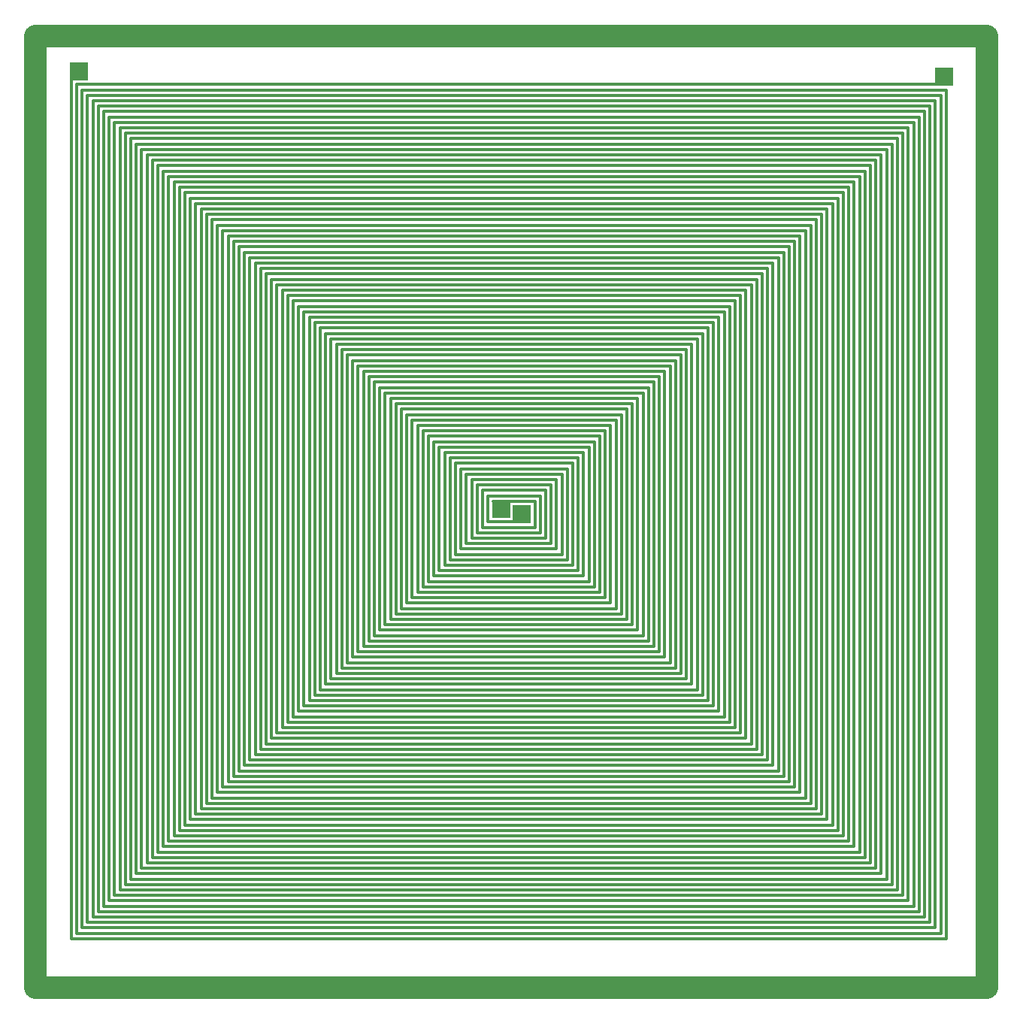
<source format=gbr>
G04 start of page 2 for group 0 idx 0 *
G04 Title: (unknown), component *
G04 Creator: pcb 1.99y *
G04 CreationDate: Mon Mar  9 18:38:30 2009 UTC *
G04 For: dj *
G04 Format: Gerber/RS-274X *
G04 PCB-Dimensions: 432000 432000 *
G04 PCB-Coordinate-Origin: lower left *
%MOIN*%
%FSLAX25Y25*%
%LNFRONT*%
%ADD11C,0.0120*%
%ADD12C,0.1000*%
%ADD13C,0.0200*%
%ADD14C,0.0300*%
G54D11*X200800Y206600D02*Y227800D01*
X198400Y204200D02*Y230200D01*
X196000Y201800D02*Y232600D01*
X193600Y199400D02*Y235000D01*
X191200Y197000D02*Y237400D01*
X188800Y194600D02*Y239800D01*
X186400Y192200D02*Y242200D01*
X184000Y189800D02*Y244600D01*
X181600Y187400D02*Y247000D01*
X179200Y185000D02*Y249400D01*
G54D12*X5000Y5000D02*X427000D01*
G54D11*X176800Y182600D02*Y251800D01*
X174400Y180200D02*Y254200D01*
X172000Y177800D02*Y256600D01*
X169600Y175400D02*Y259000D01*
X167200Y173000D02*Y261400D01*
X164800Y170600D02*Y263800D01*
X162400Y168200D02*Y266200D01*
X160000Y165800D02*Y268600D01*
X157600Y163400D02*Y271000D01*
X155200Y161000D02*Y273400D01*
X152800Y158600D02*Y275800D01*
X150400Y156200D02*Y278200D01*
X148000Y153800D02*Y280600D01*
X145600Y151400D02*Y283000D01*
X143200Y149000D02*Y285400D01*
X140800Y146600D02*Y287800D01*
X375200Y60200D02*Y369400D01*
X377600Y57800D02*Y371800D01*
X380000Y55400D02*Y374200D01*
X382400Y53000D02*Y376600D01*
X384800Y50600D02*Y379000D01*
X387200Y48200D02*Y381400D01*
X389600Y45800D02*Y383800D01*
X392000Y43400D02*Y386200D01*
X394400Y41000D02*Y388600D01*
X396800Y38600D02*Y391000D01*
X399200Y36200D02*Y393400D01*
X401600Y33800D02*Y395800D01*
X404000Y31400D02*Y398200D01*
X406400Y29000D02*Y400600D01*
X408800Y26600D02*Y403000D01*
G54D12*X427000Y5000D02*Y427000D01*
G54D11*X56800Y371800D02*X377600D01*
X54400Y374200D02*X380000D01*
X52000Y376600D02*X382400D01*
X49600Y379000D02*X384800D01*
X47200Y381400D02*X387200D01*
X44800Y383800D02*X389600D01*
X42400Y386200D02*X392000D01*
X40000Y388600D02*X394400D01*
X37600Y391000D02*X396800D01*
X35200Y393400D02*X399200D01*
X32800Y395800D02*X401600D01*
X30400Y398200D02*X404000D01*
X28000Y400600D02*X406400D01*
X25600Y403000D02*X408800D01*
X23200Y405400D02*X411200D01*
G54D12*X5000Y427000D02*X427000D01*
G54D11*X152800Y158600D02*X276800D01*
X150400Y156200D02*X279200D01*
X148000Y153800D02*X281600D01*
X145600Y151400D02*X284000D01*
X143200Y149000D02*X286400D01*
X140800Y146600D02*X288800D01*
X138400Y144200D02*X291200D01*
X136000Y141800D02*X293600D01*
X133600Y139400D02*X296000D01*
X131200Y137000D02*X298400D01*
X128800Y134600D02*X300800D01*
X126400Y132200D02*X303200D01*
X124000Y129800D02*X305600D01*
X121600Y127400D02*X308000D01*
X119200Y125000D02*X310400D01*
X116800Y122600D02*X312800D01*
X114400Y120200D02*X315200D01*
X112000Y117800D02*X317600D01*
X109600Y115400D02*X320000D01*
X107200Y113000D02*X322400D01*
X104800Y110600D02*X324800D01*
X102400Y108200D02*X327200D01*
X100000Y105800D02*X329600D01*
X97600Y103400D02*X332000D01*
X95200Y101000D02*X334400D01*
X92800Y98600D02*X336800D01*
X90400Y96200D02*X339200D01*
X88000Y93800D02*X341600D01*
X85600Y91400D02*X344000D01*
X83200Y89000D02*X346400D01*
X80800Y86600D02*X348800D01*
X78400Y84200D02*X351200D01*
X76000Y81800D02*X353600D01*
X73600Y79400D02*X356000D01*
X71200Y77000D02*X358400D01*
X68800Y74600D02*X360800D01*
X66400Y72200D02*X363200D01*
X64000Y69800D02*X365600D01*
X61600Y67400D02*X368000D01*
X59200Y65000D02*X370400D01*
X56800Y62600D02*X372800D01*
X54400Y60200D02*X375200D01*
X52000Y57800D02*X377600D01*
X49600Y55400D02*X380000D01*
X47200Y53000D02*X382400D01*
X44800Y50600D02*X384800D01*
X42400Y48200D02*X387200D01*
X40000Y45800D02*X389600D01*
X37600Y43400D02*X392000D01*
X35200Y41000D02*X394400D01*
X32800Y38600D02*X396800D01*
X30400Y36200D02*X399200D01*
X28000Y33800D02*X401600D01*
X25600Y31400D02*X404000D01*
X23200Y29000D02*X406400D01*
X20800Y26600D02*X408800D01*
X138400Y144200D02*Y290200D01*
X136000Y141800D02*Y292600D01*
X133600Y139400D02*Y295000D01*
X131200Y137000D02*Y297400D01*
X128800Y134600D02*Y299800D01*
X126400Y132200D02*Y302200D01*
X124000Y129800D02*Y304600D01*
X121600Y127400D02*Y307000D01*
X119200Y125000D02*Y309400D01*
X116800Y122600D02*Y311800D01*
X114400Y120200D02*Y314200D01*
X112000Y117800D02*Y316600D01*
X109600Y115400D02*Y319000D01*
X107200Y113000D02*Y321400D01*
X104800Y110600D02*Y323800D01*
X102400Y108200D02*Y326200D01*
X100000Y105800D02*Y328600D01*
X97600Y103400D02*Y331000D01*
X95200Y101000D02*Y333400D01*
X92800Y98600D02*Y335800D01*
X90400Y96200D02*Y338200D01*
X88000Y93800D02*Y340600D01*
X85600Y91400D02*Y343000D01*
X83200Y89000D02*Y345400D01*
X80800Y86600D02*Y347800D01*
X78400Y84200D02*Y350200D01*
X76000Y81800D02*Y352600D01*
X73600Y79400D02*Y355000D01*
X71200Y77000D02*Y357400D01*
X68800Y74600D02*Y359800D01*
X66400Y72200D02*Y362200D01*
X64000Y69800D02*Y364600D01*
X61600Y67400D02*Y367000D01*
X59200Y65000D02*Y369400D01*
X56800Y62600D02*Y371800D01*
X54400Y60200D02*Y374200D01*
X52000Y57800D02*Y376600D01*
X49600Y55400D02*Y379000D01*
X47200Y53000D02*Y381400D01*
X44800Y50600D02*Y383800D01*
X42400Y48200D02*Y386200D01*
X40000Y45800D02*Y388600D01*
X37600Y43400D02*Y391000D01*
X35200Y41000D02*Y393400D01*
X32800Y38600D02*Y395800D01*
X30400Y36200D02*Y398200D01*
X28000Y33800D02*Y400600D01*
X25600Y31400D02*Y403000D01*
X23200Y29000D02*Y405400D01*
X20800Y26600D02*Y407800D01*
G54D12*X5000Y5000D02*Y427000D01*
G54D11*X200800Y206600D02*X228800D01*
X198400Y204200D02*X231200D01*
X196000Y201800D02*X233600D01*
X228800Y206600D02*Y223000D01*
X231200Y204200D02*Y225400D01*
X233600Y201800D02*Y227800D01*
X236000Y199400D02*Y230200D01*
X238400Y197000D02*Y232600D01*
X240800Y194600D02*Y235000D01*
X193600Y199400D02*X236000D01*
X191200Y197000D02*X238400D01*
X188800Y194600D02*X240800D01*
X186400Y192200D02*X243200D01*
X208000Y220600D02*X226400D01*
X224000Y211400D02*Y218200D01*
X205600Y223000D02*X228800D01*
X205600Y211400D02*X224000D01*
X205600D02*Y223000D01*
X203200Y209000D02*X226400D01*
X203200D02*Y225400D01*
X226400Y209000D02*Y220600D01*
X243200Y192200D02*Y237400D01*
X184000Y189800D02*X245600D01*
Y239800D01*
X181600Y187400D02*X248000D01*
X179200Y185000D02*X250400D01*
X176800Y182600D02*X252800D01*
X174400Y180200D02*X255200D01*
X172000Y177800D02*X257600D01*
X169600Y175400D02*X260000D01*
X167200Y173000D02*X262400D01*
X164800Y170600D02*X264800D01*
X162400Y168200D02*X267200D01*
X160000Y165800D02*X269600D01*
X157600Y163400D02*X272000D01*
X155200Y161000D02*X274400D01*
X203200Y225400D02*X231200D01*
X200800Y227800D02*X233600D01*
X198400Y230200D02*X236000D01*
X196000Y232600D02*X238400D01*
X193600Y235000D02*X240800D01*
X191200Y237400D02*X243200D01*
X188800Y239800D02*X245600D01*
X186400Y242200D02*X248000D01*
X184000Y244600D02*X250400D01*
X181600Y247000D02*X252800D01*
X179200Y249400D02*X255200D01*
X176800Y251800D02*X257600D01*
X174400Y254200D02*X260000D01*
X172000Y256600D02*X262400D01*
X169600Y259000D02*X264800D01*
X167200Y261400D02*X267200D01*
X164800Y263800D02*X269600D01*
X162400Y266200D02*X272000D01*
X160000Y268600D02*X274400D01*
X157600Y271000D02*X276800D01*
X155200Y273400D02*X279200D01*
X152800Y275800D02*X281600D01*
X150400Y278200D02*X284000D01*
X148000Y280600D02*X286400D01*
X145600Y283000D02*X288800D01*
X248000Y187400D02*Y242200D01*
X250400Y185000D02*Y244600D01*
X252800Y182600D02*Y247000D01*
X255200Y180200D02*Y249400D01*
X257600Y177800D02*Y251800D01*
X260000Y175400D02*Y254200D01*
X262400Y173000D02*Y256600D01*
X264800Y170600D02*Y259000D01*
X267200Y168200D02*Y261400D01*
X269600Y165800D02*Y263800D01*
X272000Y163400D02*Y266200D01*
X274400Y161000D02*Y268600D01*
X276800Y158600D02*Y271000D01*
X279200Y156200D02*Y273400D01*
X281600Y153800D02*Y275800D01*
X284000Y151400D02*Y278200D01*
X286400Y149000D02*Y280600D01*
X288800Y146600D02*Y283000D01*
X291200Y144200D02*Y285400D01*
X293600Y141800D02*Y287800D01*
X296000Y139400D02*Y290200D01*
X298400Y137000D02*Y292600D01*
X300800Y134600D02*Y295000D01*
X303200Y132200D02*Y297400D01*
X305600Y129800D02*Y299800D01*
X308000Y127400D02*Y302200D01*
X310400Y125000D02*Y304600D01*
X312800Y122600D02*Y307000D01*
X315200Y120200D02*Y309400D01*
X317600Y117800D02*Y311800D01*
X320000Y115400D02*Y314200D01*
X322400Y113000D02*Y316600D01*
X324800Y110600D02*Y319000D01*
X327200Y108200D02*Y321400D01*
X329600Y105800D02*Y323800D01*
X332000Y103400D02*Y326200D01*
X334400Y101000D02*Y328600D01*
X336800Y98600D02*Y331000D01*
X339200Y96200D02*Y333400D01*
X341600Y93800D02*Y335800D01*
X344000Y91400D02*Y338200D01*
X346400Y89000D02*Y340600D01*
X348800Y86600D02*Y343000D01*
X351200Y84200D02*Y345400D01*
X353600Y81800D02*Y347800D01*
X356000Y79400D02*Y350200D01*
X358400Y77000D02*Y352600D01*
X360800Y74600D02*Y355000D01*
X363200Y72200D02*Y357400D01*
X365600Y69800D02*Y359800D01*
X368000Y67400D02*Y362200D01*
X370400Y65000D02*Y364600D01*
X372800Y62600D02*Y367000D01*
X143200Y285400D02*X291200D01*
X140800Y287800D02*X293600D01*
X138400Y290200D02*X296000D01*
X136000Y292600D02*X298400D01*
X133600Y295000D02*X300800D01*
X131200Y297400D02*X303200D01*
X128800Y299800D02*X305600D01*
X126400Y302200D02*X308000D01*
X124000Y304600D02*X310400D01*
X121600Y307000D02*X312800D01*
X119200Y309400D02*X315200D01*
X116800Y311800D02*X317600D01*
X114400Y314200D02*X320000D01*
X112000Y316600D02*X322400D01*
X109600Y319000D02*X324800D01*
X107200Y321400D02*X327200D01*
X104800Y323800D02*X329600D01*
X102400Y326200D02*X332000D01*
X100000Y328600D02*X334400D01*
X97600Y331000D02*X336800D01*
X95200Y333400D02*X339200D01*
X92800Y335800D02*X341600D01*
X90400Y338200D02*X344000D01*
X88000Y340600D02*X346400D01*
X85600Y343000D02*X348800D01*
X83200Y345400D02*X351200D01*
X80800Y347800D02*X353600D01*
X78400Y350200D02*X356000D01*
X76000Y352600D02*X358400D01*
X73600Y355000D02*X360800D01*
X71200Y357400D02*X363200D01*
X68800Y359800D02*X365600D01*
X66400Y362200D02*X368000D01*
X64000Y364600D02*X370400D01*
X61600Y367000D02*X372800D01*
X59200Y369400D02*X375200D01*
G54D13*G36*
X207400Y221200D02*Y213200D01*
X215400D01*
Y221200D01*
X207400D01*
G37*
G36*
X216600Y218800D02*Y210800D01*
X224600D01*
Y218800D01*
X216600D01*
G37*
G36*
X20200Y415200D02*Y407200D01*
X28200D01*
Y415200D01*
X20200D01*
G37*
G36*
X403800Y412800D02*Y404800D01*
X411800D01*
Y412800D01*
X403800D01*
G37*
G54D14*M02*

</source>
